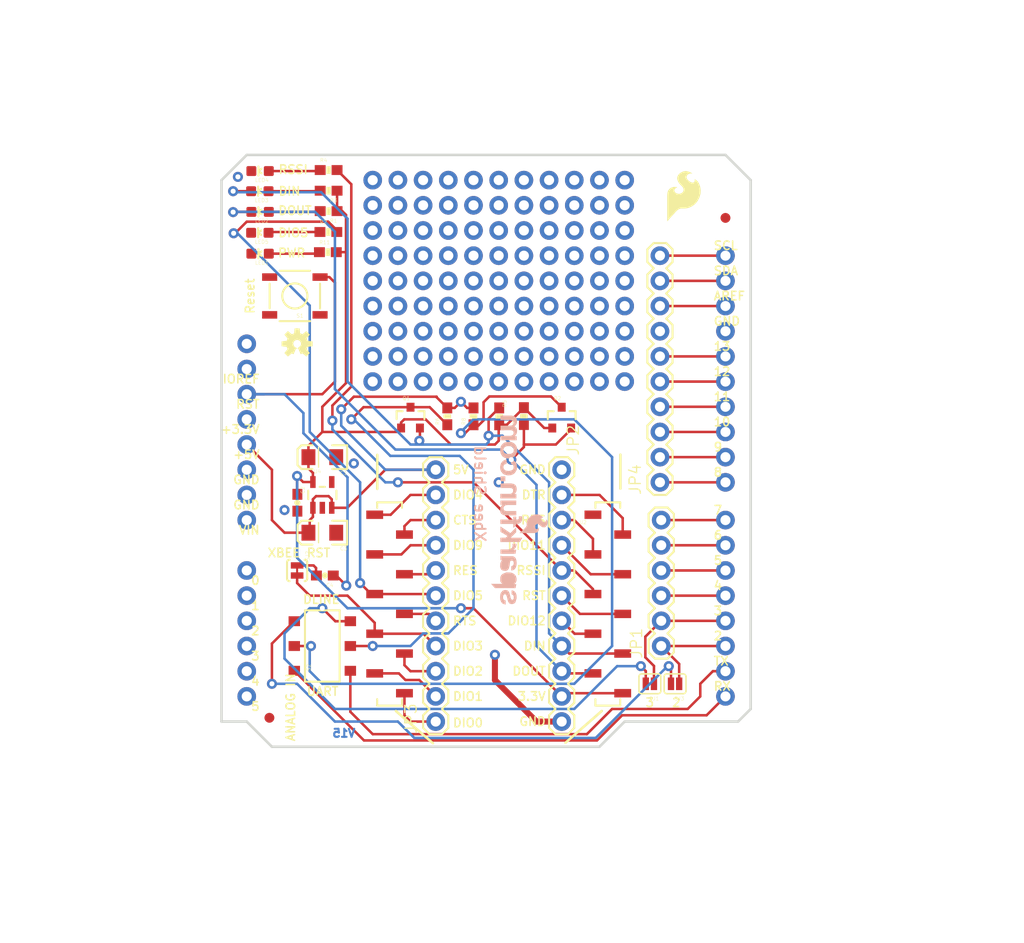
<source format=kicad_pcb>
(kicad_pcb (version 20211014) (generator pcbnew)
  (layers (0 "F.Cu" signal) (31 "B.Cu" signal) (34 "B.Paste" user) (35 "F.Paste" user) (36 "B.SilkS" user "B.Silkscreen") (37 "F.SilkS" user "F.Silkscreen") (38 "B.Mask" user) (39 "F.Mask" user) (44 "Edge.Cuts" user))
  (net 0 "")
  (net 1 "GND")
  (net 2 "RESET")
  (net 3 "5V")
  (net 4 "N$38")
  (net 5 "N$1")
  (net 6 "N$4")
  (net 7 "DIN")
  (net 8 "DOUT")
  (net 9 "3.3V")
  (net 10 "DIO4")
  (net 11 "CTS")
  (net 12 "DIO9")
  (net 13 "DIO5")
  (net 14 "RTS")
  (net 15 "DIO3")
  (net 16 "DIO2")
  (net 17 "DIO1")
  (net 18 "DIO0")
  (net 19 "DTR")
  (net 20 "RES1")
  (net 21 "RES2")
  (net 22 "DIO11")
  (net 23 "RSSI")
  (net 24 "DIO12")
  (net 25 "N$2")
  (net 26 "RST")
  (net 27 "N$5")
  (net 28 "N$31")
  (net 29 "N$32")
  (net 30 "N$33")
  (net 31 "N$34")
  (net 32 "N$35")
  (net 33 "N$36")
  (net 34 "N$37")
  (net 35 "N$39")
  (net 36 "N$40")
  (net 37 "N$41")
  (net 38 "N$42")
  (net 39 "N$44")
  (net 40 "N$45")
  (net 41 "N$46")
  (net 42 "N$47")
  (net 43 "N$48")
  (net 44 "N$49")
  (net 45 "N$50")
  (net 46 "N$51")
  (net 47 "N$52")
  (net 48 "N$53")
  (net 49 "N$54")
  (net 50 "N$56")
  (net 51 "N$57")
  (net 52 "N$58")
  (net 53 "N$59")
  (net 54 "N$60")
  (net 55 "N$61")
  (net 56 "N$62")
  (net 57 "N$63")
  (net 58 "N$64")
  (net 59 "N$65")
  (net 60 "N$66")
  (net 61 "N$68")
  (net 62 "N$69")
  (net 63 "N$70")
  (net 64 "N$71")
  (net 65 "N$72")
  (net 66 "N$73")
  (net 67 "N$74")
  (net 68 "N$75")
  (net 69 "N$76")
  (net 70 "N$77")
  (net 71 "N$78")
  (net 72 "N$80")
  (net 73 "N$81")
  (net 74 "N$82")
  (net 75 "N$83")
  (net 76 "N$84")
  (net 77 "N$85")
  (net 78 "N$86")
  (net 79 "N$87")
  (net 80 "N$88")
  (net 81 "N$89")
  (net 82 "N$90")
  (net 83 "N$92")
  (net 84 "N$93")
  (net 85 "N$94")
  (net 86 "N$95")
  (net 87 "N$96")
  (net 88 "N$97")
  (net 89 "N$98")
  (net 90 "N$99")
  (net 91 "N$100")
  (net 92 "N$101")
  (net 93 "N$102")
  (net 94 "N$104")
  (net 95 "N$105")
  (net 96 "N$106")
  (net 97 "N$107")
  (net 98 "N$108")
  (net 99 "N$109")
  (net 100 "N$110")
  (net 101 "N$111")
  (net 102 "N$112")
  (net 103 "N$113")
  (net 104 "N$114")
  (net 105 "N$116")
  (net 106 "N$117")
  (net 107 "N$118")
  (net 108 "N$119")
  (net 109 "N$120")
  (net 110 "N$121")
  (net 111 "N$122")
  (net 112 "N$123")
  (net 113 "N$124")
  (net 114 "N$125")
  (net 115 "N$126")
  (net 116 "N$128")
  (net 117 "N$129")
  (net 118 "N$130")
  (net 119 "N$131")
  (net 120 "N$132")
  (net 121 "N$133")
  (net 122 "N$134")
  (net 123 "N$135")
  (net 124 "N$136")
  (net 125 "N$137")
  (net 126 "N$138")
  (net 127 "N$139")
  (net 128 "D_TX")
  (net 129 "D_RX")
  (net 130 "UART_RX")
  (net 131 "UART_TX")
  (net 132 "N$140")
  (net 133 "N$141")
  (net 134 "N$142")
  (net 135 "N$143")
  (net 136 "N$144")
  (net 137 "N$145")
  (net 138 "N$17")
  (net 139 "N$18")
  (net 140 "N$30")
  (net 141 "N$43")
  (net 142 "N$55")
  (net 143 "OUT")
  (net 144 "IN")
  (net 145 "VIN")
  (net 146 "N$3")
  (net 147 "N$6")
  (net 148 "N$7")
  (net 149 "AREF")
  (footprint "boardEagle:AYZ0202" (layer "F.Cu") (at 131.9911 124.6886 90)
    (fp_text reference "S2")
    (fp_text value "SWITCH-DPDTSMD")
  )
  (footprint "boardEagle:OSHW-LOGO-S" (layer "F.Cu") (at 129.4511 94.2086)
    (fp_text reference "U$8" hide)
    (fp_text value "OSHW-LOGOS" hide)
  )
  (footprint "boardEagle:FIDUCIAL-1X2" (layer "F.Cu") (at 172.6311 81.5086)
    (fp_text reference "JP6" hide)
    (fp_text value "FIDUCIAL1X2" hide)
  )
  (footprint "boardEagle:SOT23-5" (layer "F.Cu") (at 131.9911 109.4486)
    (fp_text reference "U4")
    (fp_text value "V_REG_LDOSMD")
  )
  (footprint "boardEagle:LED-0603" (layer "F.Cu") (at 125.7173 76.7842 90)
    (fp_text reference "LED4")
    (fp_text value "Green")
  )
  (footprint "boardEagle:FIDUCIAL-1X2" (layer "F.Cu") (at 126.6571 131.9276)
    (fp_text reference "JP5" hide)
    (fp_text value "FIDUCIAL1X2" hide)
  )
  (footprint "boardEagle:XBEE-SMD" (layer "F.Cu") (at 149.7711 109.4486 180)
    (fp_text reference "U2")
    (fp_text value "XBEE-1B3")
  )
  (footprint "boardEagle:1X06" (layer "F.Cu") (at 166.1541 124.6886 90)
    (fp_text reference "JP1")
    (fp_text value "")
  )
  (footprint "boardEagle:EIA3216" (layer "F.Cu") (at 131.9911 113.2586 180)
    (fp_text reference "C3")
    (fp_text value "10uF")
  )
  (footprint "boardEagle:SJ_2S" (layer "F.Cu") (at 165.0111 128.4986 180)
    (fp_text reference "SJ1")
    (fp_text value "D_TX")
  )
  (footprint "boardEagle:SOT23-3" (layer "F.Cu") (at 140.8811 101.7016)
    (fp_text reference "Q1")
    (fp_text value "MOSFET-NCHANNELSMD")
  )
  (footprint "boardEagle:CREATIVE_COMMONS" (layer "F.Cu") (at 119.818979 151.3586)
    (fp_text reference "FRAME1" hide)
    (fp_text value "FRAME-LETTER" hide)
  )
  (footprint "boardEagle:0603-RES" (layer "F.Cu") (at 144.5895 101.5238 90)
    (fp_text reference "R6")
    (fp_text value "1k")
  )
  (footprint "boardEagle:LED-0603" (layer "F.Cu") (at 125.6919 83.0072 90)
    (fp_text reference "LED5")
    (fp_text value "Green")
  )
  (footprint "boardEagle:0603-RES" (layer "F.Cu") (at 132.6007 82.931)
    (fp_text reference "R2")
    (fp_text value "1k")
  )
  (footprint "boardEagle:EIA3216" (layer "F.Cu") (at 131.9911 105.6386 180)
    (fp_text reference "C1")
    (fp_text value "10uF")
  )
  (footprint "boardEagle:0603-RES" (layer "F.Cu") (at 147.2311 101.5238 90)
    (fp_text reference "R8")
    (fp_text value "1k")
  )
  (footprint "boardEagle:SJ_2S-TRACE" (layer "F.Cu") (at 129.4511 117.0686 -90)
    (fp_text reference "SJ2")
    (fp_text value "SOLDERJUMPERTRACE")
  )
  (footprint "boardEagle:SFE_LOGO_FLAME_.2" (layer "F.Cu") (at 166.4081 82.1436)
    (fp_text reference "U$1" hide)
    (fp_text value "" hide)
  )
  (footprint "boardEagle:LED-0603" (layer "F.Cu") (at 125.7173 80.899 90)
    (fp_text reference "LED2")
    (fp_text value "Red")
  )
  (footprint "boardEagle:TACTILE_SWITCH_SMD" (layer "F.Cu") (at 129.2225 89.3826 180)
    (fp_text reference "S1")
    (fp_text value "SWITCH-MOMENTARY-2SMD")
  )
  (footprint "boardEagle:0603-RES" (layer "F.Cu") (at 132.6261 78.7654 180)
    (fp_text reference "R3")
    (fp_text value "1k")
  )
  (footprint "boardEagle:0603-RES" (layer "F.Cu") (at 149.8219 101.5238 -90)
    (fp_text reference "R5")
    (fp_text value "1k")
  )
  (footprint "boardEagle:0603-CAP" (layer "F.Cu") (at 132.2451 117.5766 180)
    (fp_text reference "C4")
    (fp_text value "0.1uF")
  )
  (footprint "boardEagle:UNO_R3_SHIELD" (layer "F.Cu") (at 175.1711 75.1586 180)
    (fp_text reference "U1" hide)
    (fp_text value "ARDUINO_SHIELD" hide)
  )
  (footprint "boardEagle:0603-RES" (layer "F.Cu") (at 152.3111 101.4984 90)
    (fp_text reference "R7")
    (fp_text value "1k")
  )
  (footprint "boardEagle:SOT23-3" (layer "F.Cu") (at 156.1211 101.7016)
    (fp_text reference "Q2")
    (fp_text value "MOSFET-NCHANNELSMD")
  )
  (footprint "boardEagle:0603-RES" (layer "F.Cu") (at 132.6261 80.8228 180)
    (fp_text reference "R1")
    (fp_text value "1k")
  )
  (footprint "boardEagle:0603-RES" (layer "F.Cu") (at 132.5499 84.963)
    (fp_text reference "R11")
    (fp_text value "1k")
  )
  (footprint "boardEagle:SJ_2S" (layer "F.Cu") (at 167.5511 128.4986 180)
    (fp_text reference "SJ3")
    (fp_text value "D_RX")
  )
  (footprint "boardEagle:1X11" (layer "F.Cu") (at 143.4211 132.3086 90)
    (fp_text reference "JP3")
    (fp_text value "M11PTH")
  )
  (footprint "boardEagle:0603-RES" (layer "F.Cu") (at 132.6261 76.6826)
    (fp_text reference "R4")
    (fp_text value "1k")
  )
  (footprint "boardEagle:LED-0603" (layer "F.Cu") (at 125.7173 85.1154 90)
    (fp_text reference "LED1")
    (fp_text value "Red")
  )
  (footprint "boardEagle:LED-0603" (layer "F.Cu") (at 125.6919 78.8162 90)
    (fp_text reference "LED3")
    (fp_text value "Green")
  )
  (footprint "boardEagle:1X11" (layer "F.Cu") (at 156.1211 106.9086 -90)
    (fp_text reference "JP2")
    (fp_text value "M11PTH")
  )
  (footprint "boardEagle:0603-CAP" (layer "F.Cu") (at 129.4765 110.236 -90)
    (fp_text reference "C2")
    (fp_text value "0.1uF")
  )
  (footprint "boardEagle:1X10" (layer "F.Cu") (at 166.0271 108.1786 90)
    (fp_text reference "JP4")
    (fp_text value "")
  )
  (footprint "boardEagle:SFE-NEW-WEBLOGO" (layer "B.Cu") (at 149.0091 120.4976 90)
    (fp_text reference "JP7" hide)
    (fp_text value "LOGO-SFENEW" hide)
  )
  (gr_line (start 162.0393 108.8136) (end 162.0393 105.3846) (layer "F.SilkS") (width 0.254))
  (gr_line (start 137.5283 108.839) (end 137.5283 105.41) (layer "F.SilkS") (width 0.254))
  (gr_line (start 139.4079 131.2418) (end 143.1417 134.493) (layer "F.SilkS") (width 0.254))
  (gr_line (start 160.1597 131.2418) (end 156.5021 134.4422) (layer "F.SilkS") (width 0.254))
  (gr_line (start 121.8311 77.6986) (end 124.3711 75.1586) (layer "Edge.Cuts") (width 0.254))
  (gr_line (start 159.9311 134.8486) (end 126.9111 134.8486) (layer "Edge.Cuts") (width 0.254))
  (gr_line (start 124.3711 132.3086) (end 121.8311 132.3086) (layer "Edge.Cuts") (width 0.254))
  (gr_line (start 124.3711 75.1586) (end 172.6311 75.1586) (layer "Edge.Cuts") (width 0.254))
  (gr_line (start 172.6311 75.1586) (end 175.1711 77.6986) (layer "Edge.Cuts") (width 0.254))
  (gr_line (start 173.9011 132.3086) (end 162.4711 132.3086) (layer "Edge.Cuts") (width 0.254))
  (gr_line (start 162.4711 132.3086) (end 159.9311 134.8486) (layer "Edge.Cuts") (width 0.254))
  (gr_line (start 175.1711 77.6986) (end 175.1711 131.0386) (layer "Edge.Cuts") (width 0.254))
  (gr_line (start 121.8311 132.3086) (end 121.8311 77.6986) (layer "Edge.Cuts") (width 0.254))
  (gr_line (start 175.1711 131.0386) (end 173.9011 132.3086) (layer "Edge.Cuts") (width 0.254))
  (gr_line (start 126.9111 134.8486) (end 124.3711 132.3086) (layer "Edge.Cuts") (width 0.254))
  (gr_text "V15" (at 135.4201 133.9596) (layer "B.Cu") (effects (font (size 0.8128 0.8128) (thickness 0.2032)) (justify left bottom mirror)))
  (gr_text "Xbee Shield" (at 148.5011 104.3686 -90) (layer "B.SilkS") (effects (font (size 1.0795 1.0795) (thickness 0.1905)) (justify right top mirror)))
  (gr_text "DOUT" (at 127.4699 81.28) (layer "F.SilkS") (effects (font (size 0.8636 0.8636) (thickness 0.1524)) (justify left bottom)))
  (gr_text "DIN" (at 127.4953 79.3242) (layer "F.SilkS") (effects (font (size 0.8636 0.8636) (thickness 0.1524)) (justify left bottom)))
  (gr_text "3.3V" (at 154.5971 129.2606) (layer "F.SilkS") (effects (font (size 0.8636 0.8636) (thickness 0.1524)) (justify right top)))
  (gr_text "Reset" (at 125.2093 91.2622 90) (layer "F.SilkS") (effects (font (size 0.8636 0.8636) (thickness 0.1524)) (justify left bottom)))
  (gr_text "RST" (at 130.3401 115.7986) (layer "F.SilkS") (effects (font (size 0.8636 0.8636) (thickness 0.1524)) (justify left bottom)))
  (gr_text "DIO1" (at 145.0721 130.2766) (layer "F.SilkS") (effects (font (size 0.8636 0.8636) (thickness 0.1524)) (justify left bottom)))
  (gr_text "DIO3" (at 145.0721 125.1966) (layer "F.SilkS") (effects (font (size 0.8636 0.8636) (thickness 0.1524)) (justify left bottom)))
  (gr_text "RSSI" (at 154.5971 116.5606) (layer "F.SilkS") (effects (font (size 0.8636 0.8636) (thickness 0.1524)) (justify right top)))
  (gr_text "DIN" (at 154.5971 124.1806) (layer "F.SilkS") (effects (font (size 0.8636 0.8636) (thickness 0.1524)) (justify right top)))
  (gr_text "DIO0" (at 145.0721 132.9436) (layer "F.SilkS") (effects (font (size 0.8636 0.8636) (thickness 0.1524)) (justify left bottom)))
  (gr_text "GND" (at 154.5971 131.8006) (layer "F.SilkS") (effects (font (size 0.8636 0.8636) (thickness 0.1524)) (justify right top)))
  (gr_text "5V" (at 145.0721 107.4166) (layer "F.SilkS") (effects (font (size 0.8636 0.8636) (thickness 0.1524)) (justify left bottom)))
  (gr_text "DOUT" (at 154.5971 126.7206) (layer "F.SilkS") (effects (font (size 0.8636 0.8636) (thickness 0.1524)) (justify right top)))
  (gr_text "DIO2" (at 145.0721 127.7366) (layer "F.SilkS") (effects (font (size 0.8636 0.8636) (thickness 0.1524)) (justify left bottom)))
  (gr_text "DIO4" (at 145.0721 109.9566) (layer "F.SilkS") (effects (font (size 0.8636 0.8636) (thickness 0.1524)) (justify left bottom)))
  (gr_text "DLINE" (at 129.9591 120.4976) (layer "F.SilkS") (effects (font (size 0.8636 0.8636) (thickness 0.1524)) (justify left bottom)))
  (gr_text "3" (at 165.5191 129.8956) (layer "F.SilkS") (effects (font (size 0.8636 0.8636) (thickness 0.1524)) (justify right top)))
  (gr_text "GND" (at 154.5971 106.4006) (layer "F.SilkS") (effects (font (size 0.8636 0.8636) (thickness 0.1524)) (justify right top)))
  (gr_text "XBEE" (at 126.4031 115.7986) (layer "F.SilkS") (effects (font (size 0.8636 0.8636) (thickness 0.1524)) (justify left bottom)))
  (gr_text "DIO12" (at 154.5971 121.6406) (layer "F.SilkS") (effects (font (size 0.8636 0.8636) (thickness 0.1524)) (justify right top)))
  (gr_text "DIO5" (at 145.0721 120.1166) (layer "F.SilkS") (effects (font (size 0.8636 0.8636) (thickness 0.1524)) (justify left bottom)))
  (gr_text "CTS" (at 145.0721 112.4966) (layer "F.SilkS") (effects (font (size 0.8636 0.8636) (thickness 0.1524)) (justify left bottom)))
  (gr_text "RST" (at 154.5971 119.1006) (layer "F.SilkS") (effects (font (size 0.8636 0.8636) (thickness 0.1524)) (justify right top)))
  (gr_text "UART" (at 130.3401 129.7686) (layer "F.SilkS") (effects (font (size 0.8636 0.8636) (thickness 0.1524)) (justify left bottom)))
  (gr_text "DIO9" (at 145.0721 115.0366) (layer "F.SilkS") (effects (font (size 0.8636 0.8636) (thickness 0.1524)) (justify left bottom)))
  (gr_text "RTS" (at 145.0721 122.6566) (layer "F.SilkS") (effects (font (size 0.8636 0.8636) (thickness 0.1524)) (justify left bottom)))
  (gr_text "DIO11" (at 154.5971 114.0206) (layer "F.SilkS") (effects (font (size 0.8636 0.8636) (thickness 0.1524)) (justify right top)))
  (gr_text "RES" (at 154.5971 111.4806) (layer "F.SilkS") (effects (font (size 0.8636 0.8636) (thickness 0.1524)) (justify right top)))
  (gr_text "RES" (at 145.0721 117.5766) (layer "F.SilkS") (effects (font (size 0.8636 0.8636) (thickness 0.1524)) (justify left bottom)))
  (gr_text "RSSI" (at 127.4953 77.1398) (layer "F.SilkS") (effects (font (size 0.8636 0.8636) (thickness 0.1524)) (justify left bottom)))
  (gr_text "DTR" (at 154.5971 108.9406) (layer "F.SilkS") (effects (font (size 0.8636 0.8636) (thickness 0.1524)) (justify right top)))
  (gr_text "2" (at 168.1861 129.8956) (layer "F.SilkS") (effects (font (size 0.8636 0.8636) (thickness 0.1524)) (justify right top)))
  (gr_text "DIO5" (at 127.4699 83.5152) (layer "F.SilkS") (effects (font (size 0.8636 0.8636) (thickness 0.1524)) (justify left bottom)))
  (gr_text "PWR" (at 127.4445 85.5472) (layer "F.SilkS") (effects (font (size 0.8636 0.8636) (thickness 0.1524)) (justify left bottom)))
  (segment (start 156.1211 132.3086) (end 153.5811 132.3086) (width 0.6096) (layer "F.Cu") (net 1))
  (segment (start 153.5811 132.3086) (end 149.3901 128.1176) (width 0.6096) (layer "F.Cu") (net 1))
  (segment (start 149.3901 125.5776) (end 149.3901 128.1176) (width 0.6096) (layer "F.Cu") (net 1))
  (via (at 149.7711 108.1786) (size 1.016) (drill 0.508) (layers "F.Cu" "B.Cu") (net 1))
  (via (at 128.1811 110.9726) (size 1.016) (drill 0.508) (layers "F.Cu" "B.Cu") (net 1))
  (via (at 149.3901 125.5776) (size 1.016) (drill 0.508) (layers "F.Cu" "B.Cu") (net 1))
  (via (at 123.4821 77.3684) (size 1.016) (drill 0.508) (layers "F.Cu" "B.Cu") (net 1))
  (via (at 135.1661 106.2736) (size 1.016) (drill 0.508) (layers "F.Cu" "B.Cu") (net 1))
  (segment (start 157.9611 121.4486) (end 162.2711 121.4486) (width 0.254) (layer "F.Cu") (net 2))
  (segment (start 156.1211 119.6086) (end 157.9611 121.4486) (width 0.254) (layer "F.Cu") (net 2))
  (segment (start 132.6261 109.5756) (end 132.9411 109.8906) (width 0.254) (layer "F.Cu") (net 3))
  (segment (start 135.1661 99.5426) (end 133.8961 100.8126) (width 0.254) (layer "F.Cu") (net 3))
  (segment (start 131.0411 109.8906) (end 131.0411 110.7487) (width 0.254) (layer "F.Cu") (net 3))
  (segment (start 131.0411 111.6686) (end 131.0411 110.7487) (width 0.254) (layer "F.Cu") (net 3))
  (segment (start 145.3379 100.6738) (end 145.9611 100.0506) (width 0.254) (layer "F.Cu") (net 3))
  (segment (start 131.0411 109.8906) (end 131.3561 109.5756) (width 0.254) (layer "F.Cu") (net 3))
  (segment (start 134.501 110.7487) (end 132.9411 110.7487) (width 0.254) (layer "F.Cu") (net 3))
  (segment (start 128.1811 113.2586) (end 130.5911 113.2586) (width 0.254) (layer "F.Cu") (net 3))
  (segment (start 145.9611 100.0506) (end 146.5843 100.6738) (width 0.254) (layer "F.Cu") (net 3))
  (segment (start 130.7211 113.1286) (end 130.7211 111.9886) (width 0.254) (layer "F.Cu") (net 3))
  (segment (start 128.1811 113.2586) (end 126.9111 111.9886) (width 0.254) (layer "F.Cu") (net 3))
  (segment (start 143.5091 99.5426) (end 135.1661 99.5426) (width 0.254) (layer "F.Cu") (net 3))
  (segment (start 144.5895 100.6738) (end 145.3379 100.6738) (width 0.254) (layer "F.Cu") (net 3))
  (segment (start 130.5911 113.2586) (end 130.7211 113.1286) (width 0.254) (layer "F.Cu") (net 3))
  (segment (start 134.501 110.7487) (end 138.3411 106.9086) (width 0.254) (layer "F.Cu") (net 3))
  (segment (start 138.3411 106.9086) (end 143.4211 106.9086) (width 0.254) (layer "F.Cu") (net 3))
  (segment (start 130.7211 111.9886) (end 131.0411 111.6686) (width 0.254) (layer "F.Cu") (net 3))
  (segment (start 126.9111 106.9086) (end 124.3711 104.3686) (width 0.254) (layer "F.Cu") (net 3))
  (segment (start 143.5091 99.5934) (end 144.5895 100.6738) (width 0.254) (layer "F.Cu") (net 3))
  (segment (start 143.5091 99.5426) (end 143.5091 99.5934) (width 0.254) (layer "F.Cu") (net 3))
  (segment (start 126.9111 111.9886) (end 126.9111 106.9086) (width 0.254) (layer "F.Cu") (net 3))
  (segment (start 146.5843 100.6738) (end 147.2311 100.6738) (width 0.254) (layer "F.Cu") (net 3))
  (segment (start 132.9411 109.8906) (end 132.9411 110.7487) (width 0.254) (layer "F.Cu") (net 3))
  (segment (start 131.3561 109.5756) (end 132.6261 109.5756) (width 0.254) (layer "F.Cu") (net 3))
  (via (at 133.8961 100.8126) (size 1.016) (drill 0.508) (layers "F.Cu" "B.Cu") (net 3))
  (via (at 145.9611 100.0506) (size 1.016) (drill 0.508) (layers "F.Cu" "B.Cu") (net 3))
  (segment (start 133.8961 100.8126) (end 133.8961 102.4636) (width 0.254) (layer "B.Cu") (net 3))
  (segment (start 143.4211 106.9086) (end 138.3411 106.9086) (width 0.254) (layer "B.Cu") (net 3))
  (segment (start 138.3411 106.9086) (end 133.8961 102.4636) (width 0.254) (layer "B.Cu") (net 3))
  (segment (start 126.5943 85.1154) (end 131.5475 85.1154) (width 0.254) (layer "F.Cu") (net 4))
  (segment (start 131.5475 85.1154) (end 131.6999 84.963) (width 0.254) (layer "F.Cu") (net 4))
  (segment (start 126.5943 80.899) (end 131.6999 80.899) (width 0.254) (layer "F.Cu") (net 5))
  (segment (start 131.6999 80.899) (end 131.7761 80.8228) (width 0.254) (layer "F.Cu") (net 5))
  (segment (start 131.7253 78.8162) (end 131.7761 78.7654) (width 0.254) (layer "F.Cu") (net 6))
  (segment (start 126.5689 78.8162) (end 131.7253 78.8162) (width 0.254) (layer "F.Cu") (net 6))
  (segment (start 162.2711 125.4486) (end 156.8811 125.4486) (width 0.254) (layer "F.Cu") (net 7))
  (segment (start 156.8811 125.4486) (end 156.1211 124.6886) (width 0.254) (layer "F.Cu") (net 7))
  (segment (start 122.9995 78.8162) (end 124.8149 78.8162) (width 0.254) (layer "F.Cu") (net 7))
  (segment (start 141.8311 103.9266) (end 141.8311 102.7016) (width 0.254) (layer "F.Cu") (net 7))
  (segment (start 148.7551 101.7406) (end 149.8219 100.6738) (width 0.254) (layer "F.Cu") (net 7))
  (segment (start 148.7551 103.4796) (end 148.7551 101.7406) (width 0.254) (layer "F.Cu") (net 7))
  (segment (start 141.7701 103.9876) (end 141.8311 103.9266) (width 0.254) (layer "F.Cu") (net 7))
  (via (at 148.7551 103.4796) (size 1.016) (drill 0.508) (layers "F.Cu" "B.Cu") (net 7))
  (via (at 141.7701 103.9876) (size 1.016) (drill 0.508) (layers "F.Cu" "B.Cu") (net 7))
  (via (at 122.9995 78.8162) (size 1.016) (drill 0.508) (layers "F.Cu" "B.Cu") (net 7))
  (segment (start 148.7551 104.1146) (end 148.5011 104.3686) (width 0.254) (layer "B.Cu") (net 7))
  (segment (start 154.8511 108.1786) (end 154.8511 123.4186) (width 0.254) (layer "B.Cu") (net 7))
  (segment (start 154.8511 108.1786) (end 150.1521 103.4796) (width 0.254) (layer "B.Cu") (net 7))
  (segment (start 154.8511 123.4186) (end 156.1211 124.6886) (width 0.254) (layer "B.Cu") (net 7))
  (segment (start 131.8641 78.9178) (end 123.1011 78.9178) (width 0.254) (layer "B.Cu") (net 7))
  (segment (start 148.5011 104.3686) (end 141.7701 104.3686) (width 0.254) (layer "B.Cu") (net 7))
  (segment (start 134.5311 98.0186) (end 134.5311 81.5848) (width 0.254) (layer "B.Cu") (net 7))
  (segment (start 134.5311 81.5848) (end 131.8641 78.9178) (width 0.254) (layer "B.Cu") (net 7))
  (segment (start 141.7701 103.9876) (end 141.7701 104.3686) (width 0.254) (layer "B.Cu") (net 7))
  (segment (start 123.1011 78.9178) (end 122.9995 78.8162) (width 0.254) (layer "B.Cu") (net 7))
  (segment (start 141.7701 104.3686) (end 140.8811 104.3686) (width 0.254) (layer "B.Cu") (net 7))
  (segment (start 148.7551 103.4796) (end 148.7551 104.1146) (width 0.254) (layer "B.Cu") (net 7))
  (segment (start 140.8811 104.3686) (end 134.5311 98.0186) (width 0.254) (layer "B.Cu") (net 7))
  (segment (start 148.7551 103.4796) (end 150.1521 103.4796) (width 0.254) (layer "B.Cu") (net 7))
  (segment (start 152.3111 104.6226) (end 152.3111 104.3686) (width 0.254) (layer "F.Cu") (net 8))
  (segment (start 159.2711 127.4486) (end 156.3411 127.4486) (width 0.254) (layer "F.Cu") (net 8))
  (segment (start 152.3111 104.6226) (end 151.0411 105.8926) (width 0.254) (layer "F.Cu") (net 8))
  (segment (start 156.3411 127.4486) (end 156.1211 127.2286) (width 0.254) (layer "F.Cu") (net 8))
  (segment (start 123.0249 80.899) (end 122.9995 80.9244) (width 0.254) (layer "F.Cu") (net 8))
  (segment (start 155.5311 104.3686) (end 152.3111 104.3686) (width 0.254) (layer "F.Cu") (net 8))
  (segment (start 157.0711 102.8286) (end 157.0711 102.7016) (width 0.254) (layer "F.Cu") (net 8))
  (segment (start 124.8403 80.899) (end 123.0249 80.899) (width 0.254) (layer "F.Cu") (net 8))
  (segment (start 155.5311 104.3686) (end 157.0711 102.8286) (width 0.254) (layer "F.Cu") (net 8))
  (segment (start 152.3111 104.3686) (end 152.3111 102.3484) (width 0.254) (layer "F.Cu") (net 8))
  (via (at 151.0411 105.8926) (size 1.016) (drill 0.508) (layers "F.Cu" "B.Cu") (net 8))
  (via (at 122.9995 80.9244) (size 1.016) (drill 0.508) (layers "F.Cu" "B.Cu") (net 8))
  (segment (start 133.2611 82.9056) (end 131.2545 80.899) (width 0.254) (layer "B.Cu") (net 8))
  (segment (start 151.0411 105.8926) (end 150.0251 104.8766) (width 0.254) (layer "B.Cu") (net 8))
  (segment (start 123.0249 80.899) (end 122.9995 80.9244) (width 0.254) (layer "B.Cu") (net 8))
  (segment (start 156.1211 127.2286) (end 153.5811 124.6886) (width 0.254) (layer "B.Cu") (net 8))
  (segment (start 133.2611 98.7806) (end 133.2611 82.9056) (width 0.254) (layer "B.Cu") (net 8))
  (segment (start 139.3571 104.8766) (end 133.2611 98.7806) (width 0.254) (layer "B.Cu") (net 8))
  (segment (start 153.5811 108.4326) (end 151.0411 105.8926) (width 0.254) (layer "B.Cu") (net 8))
  (segment (start 153.5811 124.6886) (end 153.5811 108.4326) (width 0.254) (layer "B.Cu") (net 8))
  (segment (start 131.2545 80.899) (end 123.0249 80.899) (width 0.254) (layer "B.Cu") (net 8))
  (segment (start 150.0251 104.8766) (end 139.3571 104.8766) (width 0.254) (layer "B.Cu") (net 8))
  (segment (start 142.4051 101.8286) (end 140.2461 101.8286) (width 0.254) (layer "F.Cu") (net 9))
  (segment (start 130.5911 106.7786) (end 130.5911 105.6386) (width 0.254) (layer "F.Cu") (net 9))
  (segment (start 149.7711 102.4246) (end 149.8219 102.3738) (width 0.254) (layer "F.Cu") (net 9))
  (segment (start 139.6611 103.0986) (end 139.9311 102.8286) (width 0.254) (layer "F.Cu") (net 9))
  (segment (start 129.4511 107.5436) (end 130.056 108.1485) (width 0.254) (layer "F.Cu") (net 9))
  (segment (start 154.3643 102.7016) (end 155.1711 102.7016) (width 0.254) (layer "F.Cu") (net 9))
  (segment (start 139.9311 102.8286) (end 139.9311 102.7016) (width 0.254) (layer "F.Cu") (net 9))
  (segment (start 149.3901 104.3686) (end 144.9451 104.3686) (width 0.254) (layer "F.Cu") (net 9))
  (segment (start 156.1211 129.7686) (end 147.2311 120.8786) (width 0.254) (layer "F.Cu") (net 9))
  (segment (start 156.4411 129.4486) (end 162.2711 129.4486) (width 0.254) (layer "F.Cu") (net 9))
  (segment (start 134.3787 81.2038) (end 134.3787 84.963) (width 0.254) (layer "F.Cu") (net 9))
  (segment (start 150.5857 102.3738) (end 152.3111 100.6484) (width 0.254) (layer "F.Cu") (net 9))
  (segment (start 133.9977 80.8228) (end 134.3787 81.2038) (width 0.254) (layer "F.Cu") (net 9))
  (segment (start 131.9911 100.5586) (end 131.9911 103.0986) (width 0.254) (layer "F.Cu") (net 9))
  (segment (start 152.3111 100.6484) (end 154.3643 102.7016) (width 0.254) (layer "F.Cu") (net 9))
  (segment (start 144.9451 104.3686) (end 142.4051 101.8286) (width 0.254) (layer "F.Cu") (net 9))
  (segment (start 156.1211 129.7686) (end 156.4411 129.4486) (width 0.254) (layer "F.Cu") (net 9))
  (segment (start 134.3787 84.963) (end 134.3787 98.171) (width 0.254) (layer "F.Cu") (net 9))
  (segment (start 140.2461 101.8286) (end 139.9311 102.1436) (width 0.254) (layer "F.Cu") (net 9))
  (segment (start 133.3999 84.963) (end 134.3787 84.963) (width 0.254) (layer "F.Cu") (net 9))
  (segment (start 133.4761 80.8228) (end 133.4761 78.7654) (width 0.254) (layer "F.Cu") (net 9))
  (segment (start 131.9911 103.0986) (end 139.6611 103.0986) (width 0.254) (layer "F.Cu") (net 9))
  (segment (start 149.7711 103.9876) (end 149.7711 102.4246) (width 0.254) (layer "F.Cu") (net 9))
  (segment (start 130.5911 104.4986) (end 131.9911 103.0986) (width 0.254) (layer "F.Cu") (net 9))
  (segment (start 149.8219 102.3738) (end 150.5857 102.3738) (width 0.254) (layer "F.Cu") (net 9))
  (segment (start 130.5911 105.6386) (end 130.5911 104.4986) (width 0.254) (layer "F.Cu") (net 9))
  (segment (start 130.056 108.1485) (end 131.0411 108.1485) (width 0.254) (layer "F.Cu") (net 9))
  (segment (start 129.4511 109.3606) (end 129.4511 107.5436) (width 0.254) (layer "F.Cu") (net 9))
  (segment (start 129.4765 109.386) (end 129.4511 109.3606) (width 0.254) (layer "F.Cu") (net 9))
  (segment (start 131.0411 107.2286) (end 131.0411 108.1485) (width 0.254) (layer "F.Cu") (net 9))
  (segment (start 139.9311 102.7016) (end 139.9311 102.1436) (width 0.254) (layer "F.Cu") (net 9))
  (segment (start 145.9611 120.8786) (end 147.2311 120.8786) (width 0.254) (layer "F.Cu") (net 9))
  (segment (start 131.0411 107.2286) (end 130.5911 106.7786) (width 0.254) (layer "F.Cu") (net 9))
  (segment (start 134.3787 98.171) (end 131.9911 100.5586) (width 0.254) (layer "F.Cu") (net 9))
  (segment (start 133.4761 80.8228) (end 133.9977 80.8228) (width 0.254) (layer "F.Cu") (net 9))
  (segment (start 149.7711 103.9876) (end 149.3901 104.3686) (width 0.254) (layer "F.Cu") (net 9))
  (via (at 129.4511 107.5436) (size 1.016) (drill 0.508) (layers "F.Cu" "B.Cu") (net 9))
  (via (at 145.9611 120.8786) (size 1.016) (drill 0.508) (layers "F.Cu" "B.Cu") (net 9))
  (segment (start 129.4511 115.7986) (end 129.4511 107.5436) (width 0.254) (layer "B.Cu") (net 9))
  (segment (start 134.5311 120.8786) (end 145.9611 120.8786) (width 0.254) (layer "B.Cu") (net 9))
  (segment (start 129.4511 115.7986) (end 134.5311 120.8786) (width 0.254) (layer "B.Cu") (net 9))
  (segment (start 138.8811 111.4486) (end 140.8811 109.4486) (width 0.254) (layer "F.Cu") (net 10))
  (segment (start 137.2711 111.4486) (end 138.8811 111.4486) (width 0.254) (layer "F.Cu") (net 10))
  (segment (start 140.8811 109.4486) (end 143.4211 109.4486) (width 0.254) (layer "F.Cu") (net 10))
  (segment (start 140.2711 112.5986) (end 140.8811 111.9886) (width 0.254) (layer "F.Cu") (net 11))
  (segment (start 140.8811 111.9886) (end 143.4211 111.9886) (width 0.254) (layer "F.Cu") (net 11))
  (segment (start 140.2711 113.4486) (end 140.2711 112.5986) (width 0.254) (layer "F.Cu") (net 11))
  (segment (start 137.2711 115.4486) (end 139.9611 115.4486) (width 0.254) (layer "F.Cu") (net 12))
  (segment (start 139.9611 115.4486) (end 140.8811 114.5286) (width 0.254) (layer "F.Cu") (net 12))
  (segment (start 140.8811 114.5286) (end 143.4211 114.5286) (width 0.254) (layer "F.Cu") (net 12))
  (segment (start 123.2027 83.058) (end 124.3711 81.8896) (width 0.254) (layer "F.Cu") (net 13))
  (segment (start 143.2611 119.4486) (end 143.4211 119.6086) (width 0.254) (layer "F.Cu") (net 13))
  (segment (start 133.4507 82.7532) (end 133.4507 82.931) (width 0.254) (layer "F.Cu") (net 13))
  (segment (start 137.2711 119.4486) (end 143.2611 119.4486) (width 0.254) (layer "F.Cu") (net 13))
  (segment (start 132.5871 81.8896) (end 133.4507 82.7532) (width 0.254) (layer "F.Cu") (net 13))
  (segment (start 124.3711 81.8896) (end 132.5871 81.8896) (width 0.254) (layer "F.Cu") (net 13))
  (segment (start 136.9111 119.4486) (end 137.2711 119.4486) (width 0.254) (layer "F.Cu") (net 13))
  (segment (start 135.8011 118.3386) (end 136.9111 119.4486) (width 0.254) (layer "F.Cu") (net 13))
  (segment (start 123.0503 83.058) (end 123.2027 83.058) (width 0.254) (layer "F.Cu") (net 13))
  (via (at 123.0503 83.058) (size 1.016) (drill 0.508) (layers "F.Cu" "B.Cu") (net 13))
  (via (at 135.8011 118.3386) (size 1.016) (drill 0.508) (layers "F.Cu" "B.Cu") (net 13))
  (segment (start 135.8011 118.3386) (end 135.8011 108.1786) (width 0.254) (layer "B.Cu") (net 13))
  (segment (start 135.8011 108.1786) (end 130.7211 103.0986) (width 0.254) (layer "B.Cu") (net 13))
  (segment (start 123.4313 83.058) (end 130.7211 90.3478) (width 0.254) (layer "B.Cu") (net 13))
  (segment (start 130.7211 103.0986) (end 130.7211 90.3478) (width 0.254) (layer "B.Cu") (net 13))
  (segment (start 123.0503 83.058) (end 123.4313 83.058) (width 0.254) (layer "B.Cu") (net 13))
  (segment (start 140.2711 121.4486) (end 142.7211 121.4486) (width 0.254) (layer "F.Cu") (net 14))
  (segment (start 142.7211 121.4486) (end 143.4211 122.1486) (width 0.254) (layer "F.Cu") (net 14))
  (segment (start 129.4511 117.5766) (end 129.4511 118.3386) (width 0.254) (layer "F.Cu") (net 15))
  (segment (start 137.2711 122.3486) (end 137.2711 123.4486) (width 0.254) (layer "F.Cu") (net 15))
  (segment (start 142.1811 123.4486) (end 143.4211 124.6886) (width 0.254) (layer "F.Cu") (net 15))
  (segment (start 137.2711 123.4486) (end 142.1811 123.4486) (width 0.254) (layer "F.Cu") (net 15))
  (segment (start 129.4511 118.3386) (end 130.7211 119.6086) (width 0.254) (layer "F.Cu") (net 15))
  (segment (start 134.5311 119.6086) (end 137.2711 122.3486) (width 0.254) (layer "F.Cu") (net 15))
  (segment (start 130.7211 119.6086) (end 134.5311 119.6086) (width 0.254) (layer "F.Cu") (net 15))
  (segment (start 140.2711 126.6186) (end 140.8811 127.2286) (width 0.254) (layer "F.Cu") (net 16))
  (segment (start 140.2711 125.4486) (end 140.2711 126.6186) (width 0.254) (layer "F.Cu") (net 16))
  (segment (start 140.8811 127.2286) (end 143.4211 127.2286) (width 0.254) (layer "F.Cu") (net 16))
  (segment (start 141.7701 128.1176) (end 143.4211 129.7686) (width 0.254) (layer "F.Cu") (net 17))
  (segment (start 139.7041 127.4486) (end 140.3731 128.1176) (width 0.254) (layer "F.Cu") (net 17))
  (segment (start 140.3731 128.1176) (end 141.7701 128.1176) (width 0.254) (layer "F.Cu") (net 17))
  (segment (start 137.2711 127.4486) (end 139.7041 127.4486) (width 0.254) (layer "F.Cu") (net 17))
  (segment (start 140.8811 132.3086) (end 143.4211 132.3086) (width 0.254) (layer "F.Cu") (net 18))
  (segment (start 140.2711 131.6986) (end 140.2711 129.4486) (width 0.254) (layer "F.Cu") (net 18))
  (segment (start 140.8811 132.3086) (end 140.2711 131.6986) (width 0.254) (layer "F.Cu") (net 18))
  (segment (start 162.2711 111.7886) (end 162.2711 113.4486) (width 0.254) (layer "F.Cu") (net 19))
  (segment (start 156.1211 109.4486) (end 159.9311 109.4486) (width 0.254) (layer "F.Cu") (net 19))
  (segment (start 159.9311 109.4486) (end 162.2711 111.7886) (width 0.254) (layer "F.Cu") (net 19))
  (segment (start 159.2711 115.4486) (end 159.2711 113.8686) (width 0.254) (layer "F.Cu") (net 20))
  (segment (start 157.3911 111.9886) (end 156.1211 111.9886) (width 0.254) (layer "F.Cu") (net 20))
  (segment (start 159.2711 113.8686) (end 157.3911 111.9886) (width 0.254) (layer "F.Cu") (net 20))
  (segment (start 143.0411 117.4486) (end 143.4211 117.0686) (width 0.254) (layer "F.Cu") (net 21))
  (segment (start 140.2711 117.4486) (end 143.0411 117.4486) (width 0.254) (layer "F.Cu") (net 21))
  (segment (start 159.0411 117.4486) (end 162.2711 117.4486) (width 0.254) (layer "F.Cu") (net 22))
  (segment (start 159.0411 117.4486) (end 156.1211 114.5286) (width 0.254) (layer "F.Cu") (net 22))
  (segment (start 134.9089 78.1154) (end 133.4761 76.6826) (width 0.254) (layer "F.Cu") (net 23))
  (segment (start 156.1211 117.0686) (end 147.2311 108.1786) (width 0.254) (layer "F.Cu") (net 23))
  (segment (start 133.0071 100.4316) (end 133.0071 101.9556) (width 0.254) (layer "F.Cu") (net 23))
  (segment (start 134.9121 98.5266) (end 133.0071 100.4316) (width 0.254) (layer "F.Cu") (net 23))
  (segment (start 159.2711 118.9486) (end 159.2711 119.4486) (width 0.254) (layer "F.Cu") (net 23))
  (segment (start 157.3911 117.0686) (end 159.2711 118.9486) (width 0.254) (layer "F.Cu") (net 23))
  (segment (start 134.9121 98.5266) (end 134.9121 78.1154) (width 0.254) (layer "F.Cu") (net 23))
  (segment (start 147.2311 108.1786) (end 139.6111 108.1786) (width 0.254) (layer "F.Cu") (net 23))
  (segment (start 134.9121 78.1154) (end 134.9089 78.1154) (width 0.254) (layer "F.Cu") (net 23))
  (segment (start 156.1211 117.0686) (end 157.3911 117.0686) (width 0.254) (layer "F.Cu") (net 23))
  (via (at 139.6111 108.1786) (size 1.016) (drill 0.508) (layers "F.Cu" "B.Cu") (net 23))
  (via (at 133.0071 101.9556) (size 1.016) (drill 0.508) (layers "F.Cu" "B.Cu") (net 23))
  (segment (start 138.3411 108.1786) (end 133.0071 102.8446) (width 0.254) (layer "B.Cu") (net 23))
  (segment (start 139.6111 108.1786) (end 138.3411 108.1786) (width 0.254) (layer "B.Cu") (net 23))
  (segment (start 133.0071 101.9556) (end 133.0071 102.8446) (width 0.254) (layer "B.Cu") (net 23))
  (segment (start 156.1211 122.1486) (end 157.4211 123.4486) (width 0.254) (layer "F.Cu") (net 24))
  (segment (start 157.4211 123.4486) (end 159.2711 123.4486) (width 0.254) (layer "F.Cu") (net 24))
  (segment (start 131.6999 76.7588) (end 131.7761 76.6826) (width 0.254) (layer "F.Cu") (net 25))
  (segment (start 126.5943 76.7842) (end 131.6745 76.7842) (width 0.254) (layer "F.Cu") (net 25))
  (segment (start 131.6745 76.7842) (end 131.7761 76.6826) (width 0.254) (layer "F.Cu") (net 25))
  (segment (start 132.7023 87.4776) (end 131.7625 87.4776) (width 0.254) (layer "F.Cu") (net 26))
  (segment (start 131.9911 99.2886) (end 133.2611 98.0186) (width 0.254) (layer "F.Cu") (net 26))
  (segment (start 133.2611 98.0186) (end 133.2611 88.0364) (width 0.254) (layer "F.Cu") (net 26))
  (segment (start 133.2611 88.0364) (end 132.7023 87.4776) (width 0.254) (layer "F.Cu") (net 26))
  (segment (start 124.3711 99.2886) (end 131.9911 99.2886) (width 0.254) (layer "F.Cu") (net 26))
  (segment (start 133.0951 117.5766) (end 133.3881 117.5766) (width 0.254) (layer "F.Cu") (net 26))
  (segment (start 133.3881 117.5766) (end 134.4041 118.5926) (width 0.254) (layer "F.Cu") (net 26))
  (via (at 134.4041 118.5926) (size 1.016) (drill 0.508) (layers "F.Cu" "B.Cu") (net 26))
  (segment (start 134.5311 107.6706) (end 130.0861 103.2256) (width 0.254) (layer "B.Cu") (net 26))
  (segment (start 130.0861 101.1936) (end 128.1811 99.2886) (width 0.254) (layer "B.Cu") (net 26))
  (segment (start 130.0861 103.2256) (end 130.0861 101.1936) (width 0.254) (layer "B.Cu") (net 26))
  (segment (start 134.5311 107.6706) (end 134.5311 118.4656) (width 0.254) (layer "B.Cu") (net 26))
  (segment (start 128.1811 99.2886) (end 124.3711 99.2886) (width 0.254) (layer "B.Cu") (net 26))
  (segment (start 134.5311 118.4656) (end 134.4041 118.5926) (width 0.254) (layer "B.Cu") (net 26))
  (segment (start 124.3711 99.2886) (end 126.1491 99.2886) (width 0.254) (layer "B.Cu") (net 26))
  (segment (start 129.4511 116.5606) (end 131.1021 116.5606) (width 0.254) (layer "F.Cu") (net 27))
  (segment (start 131.1021 116.5606) (end 131.3561 116.8146) (width 0.254) (layer "F.Cu") (net 27))
  (segment (start 131.3561 117.5376) (end 131.3951 117.5766) (width 0.254) (layer "F.Cu") (net 27))
  (segment (start 131.3561 116.8146) (end 131.3561 117.5376) (width 0.254) (layer "F.Cu") (net 27))
  (via (at 162.4711 98.0186) (size 1.8796) (drill 1.016) (layers "F.Cu" "B.Cu") (net 28))
  (via (at 159.9311 98.0186) (size 1.8796) (drill 1.016) (layers "F.Cu" "B.Cu") (net 29))
  (via (at 157.3911 98.0186) (size 1.8796) (drill 1.016) (layers "F.Cu" "B.Cu") (net 30))
  (via (at 154.8511 98.0186) (size 1.8796) (drill 1.016) (layers "F.Cu" "B.Cu") (net 31))
  (via (at 152.3111 98.0186) (size 1.8796) (drill 1.016) (layers "F.Cu" "B.Cu") (net 32))
  (via (at 149.7711 98.0186) (size 1.8796) (drill 1.016) (layers "F.Cu" "B.Cu") (net 33))
  (via (at 147.2311 98.0186) (size 1.8796) (drill 1.016) (layers "F.Cu" "B.Cu") (net 34))
  (via (at 144.6911 98.0186) (size 1.8796) (drill 1.016) (layers "F.Cu" "B.Cu") (net 35))
  (via (at 142.1511 98.0186) (size 1.8796) (drill 1.016) (layers "F.Cu" "B.Cu") (net 36))
  (via (at 139.6111 98.0186) (size 1.8796) (drill 1.016) (layers "F.Cu" "B.Cu") (net 37))
  (via (at 137.0711 98.0186) (size 1.8796) (drill 1.016) (layers "F.Cu" "B.Cu") (net 38))
  (via (at 162.4711 95.4786) (size 1.8796) (drill 1.016) (layers "F.Cu" "B.Cu") (net 39))
  (via (at 159.9311 95.4786) (size 1.8796) (drill 1.016) (layers "F.Cu" "B.Cu") (net 40))
  (via (at 157.3911 95.4786) (size 1.8796) (drill 1.016) (layers "F.Cu" "B.Cu") (net 41))
  (via (at 154.8511 95.4786) (size 1.8796) (drill 1.016) (layers "F.Cu" "B.Cu") (net 42))
  (via (at 152.3111 95.4786) (size 1.8796) (drill 1.016) (layers "F.Cu" "B.Cu") (net 43))
  (via (at 149.7711 95.4786) (size 1.8796) (drill 1.016) (layers "F.Cu" "B.Cu") (net 44))
  (via (at 147.2311 95.4786) (size 1.8796) (drill 1.016) (layers "F.Cu" "B.Cu") (net 45))
  (via (at 144.6911 95.4786) (size 1.8796) (drill 1.016) (layers "F.Cu" "B.Cu") (net 46))
  (via (at 142.1511 95.4786) (size 1.8796) (drill 1.016) (layers "F.Cu" "B.Cu") (net 47))
  (via (at 139.6111 95.4786) (size 1.8796) (drill 1.016) (layers "F.Cu" "B.Cu") (net 48))
  (via (at 137.0711 95.4786) (size 1.8796) (drill 1.016) (layers "F.Cu" "B.Cu") (net 49))
  (via (at 162.4711 92.9386) (size 1.8796) (drill 1.016) (layers "F.Cu" "B.Cu") (net 50))
  (via (at 159.9311 92.9386) (size 1.8796) (drill 1.016) (layers "F.Cu" "B.Cu") (net 51))
  (via (at 157.3911 92.9386) (size 1.8796) (drill 1.016) (layers "F.Cu" "B.Cu") (net 52))
  (via (at 154.8511 92.9386) (size 1.8796) (drill 1.016) (layers "F.Cu" "B.Cu") (net 53))
  (via (at 152.3111 92.9386) (size 1.8796) (drill 1.016) (layers "F.Cu" "B.Cu") (net 54))
  (via (at 149.7711 92.9386) (size 1.8796) (drill 1.016) (layers "F.Cu" "B.Cu") (net 55))
  (via (at 147.2311 92.9386) (size 1.8796) (drill 1.016) (layers "F.Cu" "B.Cu") (net 56))
  (via (at 144.6911 92.9386) (size 1.8796) (drill 1.016) (layers "F.Cu" "B.Cu") (net 57))
  (via (at 142.1511 92.9386) (size 1.8796) (drill 1.016) (layers "F.Cu" "B.Cu") (net 58))
  (via (at 139.6111 92.9386) (size 1.8796) (drill 1.016) (layers "F.Cu" "B.Cu") (net 59))
  (via (at 137.0711 92.9386) (size 1.8796) (drill 1.016) (layers "F.Cu" "B.Cu") (net 60))
  (via (at 162.4711 90.3986) (size 1.8796) (drill 1.016) (layers "F.Cu" "B.Cu") (net 61))
  (via (at 159.9311 90.3986) (size 1.8796) (drill 1.016) (layers "F.Cu" "B.Cu") (net 62))
  (via (at 157.3911 90.3986) (size 1.8796) (drill 1.016) (layers "F.Cu" "B.Cu") (net 63))
  (via (at 154.8511 90.3986) (size 1.8796) (drill 1.016) (layers "F.Cu" "B.Cu") (net 64))
  (via (at 152.3111 90.3986) (size 1.8796) (drill 1.016) (layers "F.Cu" "B.Cu") (net 65))
  (via (at 149.7711 90.3986) (size 1.8796) (drill 1.016) (layers "F.Cu" "B.Cu") (net 66))
  (via (at 147.2311 90.3986) (size 1.8796) (drill 1.016) (layers "F.Cu" "B.Cu") (net 67))
  (via (at 144.6911 90.3986) (size 1.8796) (drill 1.016) (layers "F.Cu" "B.Cu") (net 68))
  (via (at 142.1511 90.3986) (size 1.8796) (drill 1.016) (layers "F.Cu" "B.Cu") (net 69))
  (via (at 139.6111 90.3986) (size 1.8796) (drill 1.016) (layers "F.Cu" "B.Cu") (net 70))
  (via (at 137.0711 90.3986) (size 1.8796) (drill 1.016) (layers "F.Cu" "B.Cu") (net 71))
  (via (at 162.4711 87.8586) (size 1.8796) (drill 1.016) (layers "F.Cu" "B.Cu") (net 72))
  (via (at 159.9311 87.8586) (size 1.8796) (drill 1.016) (layers "F.Cu" "B.Cu") (net 73))
  (via (at 157.3911 87.8586) (size 1.8796) (drill 1.016) (layers "F.Cu" "B.Cu") (net 74))
  (via (at 154.8511 87.8586) (size 1.8796) (drill 1.016) (layers "F.Cu" "B.Cu") (net 75))
  (via (at 152.3111 87.8586) (size 1.8796) (drill 1.016) (layers "F.Cu" "B.Cu") (net 76))
  (via (at 149.7711 87.8586) (size 1.8796) (drill 1.016) (layers "F.Cu" "B.Cu") (net 77))
  (via (at 147.2311 87.8586) (size 1.8796) (drill 1.016) (layers "F.Cu" "B.Cu") (net 78))
  (via (at 144.6911 87.8586) (size 1.8796) (drill 1.016) (layers "F.Cu" "B.Cu") (net 79))
  (via (at 142.1511 87.8586) (size 1.8796) (drill 1.016) (layers "F.Cu" "B.Cu") (net 80))
  (via (at 139.6111 87.8586) (size 1.8796) (drill 1.016) (layers "F.Cu" "B.Cu") (net 81))
  (via (at 137.0711 87.8586) (size 1.8796) (drill 1.016) (layers "F.Cu" "B.Cu") (net 82))
  (via (at 162.4711 85.3186) (size 1.8796) (drill 1.016) (layers "F.Cu" "B.Cu") (net 83))
  (via (at 159.9311 85.3186) (size 1.8796) (drill 1.016) (layers "F.Cu" "B.Cu") (net 84))
  (via (at 157.3911 85.3186) (size 1.8796) (drill 1.016) (layers "F.Cu" "B.Cu") (net 85))
  (via (at 154.8511 85.3186) (size 1.8796) (drill 1.016) (layers "F.Cu" "B.Cu") (net 86))
  (via (at 152.3111 85.3186) (size 1.8796) (drill 1.016) (layers "F.Cu" "B.Cu") (net 87))
  (via (at 149.7711 85.3186) (size 1.8796) (drill 1.016) (layers "F.Cu" "B.Cu") (net 88))
  (via (at 147.2311 85.3186) (size 1.8796) (drill 1.016) (layers "F.Cu" "B.Cu") (net 89))
  (via (at 144.6911 85.3186) (size 1.8796) (drill 1.016) (layers "F.Cu" "B.Cu") (net 90))
  (via (at 142.1511 85.3186) (size 1.8796) (drill 1.016) (layers "F.Cu" "B.Cu") (net 91))
  (via (at 139.6111 85.3186) (size 1.8796) (drill 1.016) (layers "F.Cu" "B.Cu") (net 92))
  (via (at 137.0711 85.3186) (size 1.8796) (drill 1.016) (layers "F.Cu" "B.Cu") (net 93))
  (via (at 162.4711 82.7786) (size 1.8796) (drill 1.016) (layers "F.Cu" "B.Cu") (net 94))
  (via (at 159.9311 82.7786) (size 1.8796) (drill 1.016) (layers "F.Cu" "B.Cu") (net 95))
  (via (at 157.3911 82.7786) (size 1.8796) (drill 1.016) (layers "F.Cu" "B.Cu") (net 96))
  (via (at 154.8511 82.7786) (size 1.8796) (drill 1.016) (layers "F.Cu" "B.Cu") (net 97))
  (via (at 152.3111 82.7786) (size 1.8796) (drill 1.016) (layers "F.Cu" "B.Cu") (net 98))
  (via (at 149.7711 82.7786) (size 1.8796) (drill 1.016) (layers "F.Cu" "B.Cu") (net 99))
  (via (at 147.2311 82.7786) (size 1.8796) (drill 1.016) (layers "F.Cu" "B.Cu") (net 100))
  (via (at 144.6911 82.7786) (size 1.8796) (drill 1.016) (layers "F.Cu" "B.Cu") (net 101))
  (via (at 142.1511 82.7786) (size 1.8796) (drill 1.016) (layers "F.Cu" "B.Cu") (net 102))
  (via (at 139.6111 82.7786) (size 1.8796) (drill 1.016) (layers "F.Cu" "B.Cu") (net 103))
  (via (at 137.0711 82.7786) (size 1.8796) (drill 1.016) (layers "F.Cu" "B.Cu") (net 104))
  (via (at 162.4711 80.2386) (size 1.8796) (drill 1.016) (layers "F.Cu" "B.Cu") (net 105))
  (via (at 159.9311 80.2386) (size 1.8796) (drill 1.016) (layers "F.Cu" "B.Cu") (net 106))
  (via (at 157.3911 80.2386) (size 1.8796) (drill 1.016) (layers "F.Cu" "B.Cu") (net 107))
  (via (at 154.8511 80.2386) (size 1.8796) (drill 1.016) (layers "F.Cu" "B.Cu") (net 108))
  (via (at 152.3111 80.2386) (size 1.8796) (drill 1.016) (layers "F.Cu" "B.Cu") (net 109))
  (via (at 149.7711 80.2386) (size 1.8796) (drill 1.016) (layers "F.Cu" "B.Cu") (net 110))
  (via (at 147.2311 80.2386) (size 1.8796) (drill 1.016) (layers "F.Cu" "B.Cu") (net 111))
  (via (at 144.6911 80.2386) (size 1.8796) (drill 1.016) (layers "F.Cu" "B.Cu") (net 112))
  (via (at 142.1511 80.2386) (size 1.8796) (drill 1.016) (layers "F.Cu" "B.Cu") (net 113))
  (via (at 139.6111 80.2386) (size 1.8796) (drill 1.016) (layers "F.Cu" "B.Cu") (net 114))
  (via (at 137.0711 80.2386) (size 1.8796) (drill 1.016) (layers "F.Cu" "B.Cu") (net 115))
  (via (at 162.4711 77.6986) (size 1.8796) (drill 1.016) (layers "F.Cu" "B.Cu") (net 116))
  (via (at 159.9311 77.6986) (size 1.8796) (drill 1.016) (layers "F.Cu" "B.Cu") (net 117))
  (via (at 157.3911 77.6986) (size 1.8796) (drill 1.016) (layers "F.Cu" "B.Cu") (net 118))
  (via (at 154.8511 77.6986) (size 1.8796) (drill 1.016) (layers "F.Cu" "B.Cu") (net 119))
  (via (at 152.3111 77.6986) (size 1.8796) (drill 1.016) (layers "F.Cu" "B.Cu") (net 120))
  (via (at 149.7711 77.6986) (size 1.8796) (drill 1.016) (layers "F.Cu" "B.Cu") (net 121))
  (via (at 147.2311 77.6986) (size 1.8796) (drill 1.016) (layers "F.Cu" "B.Cu") (net 122))
  (via (at 144.6911 77.6986) (size 1.8796) (drill 1.016) (layers "F.Cu" "B.Cu") (net 123))
  (via (at 142.1511 77.6986) (size 1.8796) (drill 1.016) (layers "F.Cu" "B.Cu") (net 124))
  (via (at 139.6111 77.6986) (size 1.8796) (drill 1.016) (layers "F.Cu" "B.Cu") (net 125))
  (via (at 137.0711 77.6986) (size 1.8796) (drill 1.016) (layers "F.Cu" "B.Cu") (net 126))
  (segment (start 126.6451 82.931) (end 131.7507 82.931) (width 0.254) (layer "F.Cu") (net 127))
  (segment (start 126.5689 83.0072) (end 126.6451 82.931) (width 0.254) (layer "F.Cu") (net 127))
  (segment (start 164.5539 125.8316) (end 164.5539 123.7488) (width 0.254) (layer "F.Cu") (net 128))
  (segment (start 165.423 126.7007) (end 164.5539 125.8316) (width 0.254) (layer "F.Cu") (net 128))
  (segment (start 165.423 128.4986) (end 165.423 126.7007) (width 0.254) (layer "F.Cu") (net 128))
  (segment (start 166.1541 122.1486) (end 172.6311 122.1486) (width 0.254) (layer "F.Cu") (net 128))
  (segment (start 166.6621 122.1486) (end 166.1541 122.1486) (width 0.254) (layer "F.Cu") (net 128))
  (segment (start 164.5539 123.7488) (end 166.1541 122.1486) (width 0.254) (layer "F.Cu") (net 128))
  (segment (start 167.963 126.4975) (end 166.1541 124.6886) (width 0.254) (layer "F.Cu") (net 129))
  (segment (start 167.963 128.4986) (end 167.963 126.4975) (width 0.254) (layer "F.Cu") (net 129))
  (segment (start 166.1541 124.6886) (end 172.6311 124.6886) (width 0.254) (layer "F.Cu") (net 129))
  (segment (start 170.7261 131.6736) (end 172.6311 129.7686) (width 0.254) (layer "F.Cu") (net 130))
  (segment (start 136.1911 134.2136) (end 159.6771 134.2136) (width 0.254) (layer "F.Cu") (net 130))
  (segment (start 159.6771 134.2136) (end 162.2171 131.6736) (width 0.254) (layer "F.Cu") (net 130))
  (segment (start 162.2171 131.6736) (end 170.7261 131.6736) (width 0.254) (layer "F.Cu") (net 130))
  (segment (start 129.1661 127.1886) (end 136.1911 134.2136) (width 0.254) (layer "F.Cu") (net 130))
  (segment (start 171.3611 127.2286) (end 172.6311 127.2286) (width 0.254) (layer "F.Cu") (net 131))
  (segment (start 158.6611 133.5786) (end 161.2011 131.0386) (width 0.254) (layer "F.Cu") (net 131))
  (segment (start 170.0911 129.7686) (end 170.0911 128.4986) (width 0.254) (layer "F.Cu") (net 131))
  (segment (start 168.8211 131.0386) (end 170.0911 129.7686) (width 0.254) (layer "F.Cu") (net 131))
  (segment (start 137.0711 133.5786) (end 134.8161 131.3236) (width 0.254) (layer "F.Cu") (net 131))
  (segment (start 161.2011 131.0386) (end 168.8211 131.0386) (width 0.254) (layer "F.Cu") (net 131))
  (segment (start 137.0711 133.5786) (end 158.6611 133.5786) (width 0.254) (layer "F.Cu") (net 131))
  (segment (start 134.8161 131.3236) (end 134.8161 127.1886) (width 0.254) (layer "F.Cu") (net 131))
  (segment (start 170.0911 128.4986) (end 171.3611 127.2286) (width 0.254) (layer "F.Cu") (net 131))
  (segment (start 164.5992 127.2231) (end 164.0967 126.7206) (width 0.254) (layer "F.Cu") (net 132))
  (segment (start 164.5992 128.4986) (end 164.5992 127.2231) (width 0.254) (layer "F.Cu") (net 132))
  (segment (start 131.9911 120.8786) (end 133.3011 122.1886) (width 0.254) (layer "F.Cu") (net 132))
  (segment (start 133.3011 122.1886) (end 134.8161 122.1886) (width 0.254) (layer "F.Cu") (net 132))
  (via (at 131.9911 120.8786) (size 1.016) (drill 0.508) (layers "F.Cu" "B.Cu") (net 132))
  (via (at 164.0967 126.7206) (size 1.016) (drill 0.508) (layers "F.Cu" "B.Cu") (net 132))
  (segment (start 133.2611 131.0386) (end 157.3911 131.0386) (width 0.254) (layer "B.Cu") (net 132))
  (segment (start 128.1811 125.9586) (end 128.1811 123.4186) (width 0.254) (layer "B.Cu") (net 132))
  (segment (start 130.7211 120.8786) (end 131.9911 120.8786) (width 0.254) (layer "B.Cu") (net 132))
  (segment (start 133.2611 131.0386) (end 128.1811 125.9586) (width 0.254) (layer "B.Cu") (net 132))
  (segment (start 161.7091 126.7206) (end 164.0967 126.7206) (width 0.254) (layer "B.Cu") (net 132))
  (segment (start 157.3911 131.0386) (end 161.7091 126.7206) (width 0.254) (layer "B.Cu") (net 132))
  (segment (start 128.1811 123.4186) (end 130.7211 120.8786) (width 0.254) (layer "B.Cu") (net 132))
  (segment (start 126.9111 128.4986) (end 126.9111 124.4436) (width 0.254) (layer "F.Cu") (net 133))
  (segment (start 126.9111 124.4436) (end 129.1661 122.1886) (width 0.254) (layer "F.Cu") (net 133))
  (segment (start 166.9161 126.7206) (end 167.1392 126.9437) (width 0.254) (layer "F.Cu") (net 133))
  (segment (start 167.1392 126.9437) (end 167.1392 128.4986) (width 0.254) (layer "F.Cu") (net 133))
  (via (at 126.9111 128.4986) (size 1.016) (drill 0.508) (layers "F.Cu" "B.Cu") (net 133))
  (via (at 166.9161 126.7206) (size 1.016) (drill 0.508) (layers "F.Cu" "B.Cu") (net 133))
  (segment (start 139.6111 132.3086) (end 141.2621 133.9596) (width 0.254) (layer "B.Cu") (net 133))
  (segment (start 166.7891 126.7206) (end 166.9161 126.7206) (width 0.254) (layer "B.Cu") (net 133))
  (segment (start 133.2611 132.3086) (end 139.6111 132.3086) (width 0.254) (layer "B.Cu") (net 133))
  (segment (start 159.5501 133.9596) (end 166.7891 126.7206) (width 0.254) (layer "B.Cu") (net 133))
  (segment (start 141.2621 133.9596) (end 159.5501 133.9596) (width 0.254) (layer "B.Cu") (net 133))
  (segment (start 126.9111 128.4986) (end 129.4511 128.4986) (width 0.254) (layer "B.Cu") (net 133))
  (segment (start 129.4511 128.4986) (end 133.2611 132.3086) (width 0.254) (layer "B.Cu") (net 133))
  (segment (start 166.1541 119.6086) (end 172.6311 119.6086) (width 0.254) (layer "F.Cu") (net 134))
  (segment (start 166.1541 117.0686) (end 172.6311 117.0686) (width 0.254) (layer "F.Cu") (net 135))
  (segment (start 166.1541 114.5286) (end 172.6311 114.5286) (width 0.254) (layer "F.Cu") (net 136))
  (segment (start 166.1541 111.9886) (end 172.6311 111.9886) (width 0.254) (layer "F.Cu") (net 137))
  (segment (start 166.0271 108.1786) (end 172.6311 108.1786) (width 0.254) (layer "F.Cu") (net 138))
  (segment (start 166.0271 105.6386) (end 172.6311 105.6386) (width 0.254) (layer "F.Cu") (net 139))
  (segment (start 172.6311 103.0986) (end 166.0271 103.0986) (width 0.254) (layer "F.Cu") (net 140))
  (segment (start 166.0271 100.5586) (end 172.6311 100.5586) (width 0.254) (layer "F.Cu") (net 141))
  (segment (start 166.0271 98.0186) (end 172.6311 98.0186) (width 0.254) (layer "F.Cu") (net 142))
  (segment (start 146.3793 103.2256) (end 147.2311 102.3738) (width 0.254) (layer "F.Cu") (net 143))
  (segment (start 156.1211 100.6016) (end 155.0367 99.5172) (width 0.254) (layer "F.Cu") (net 143))
  (segment (start 147.300849 102.469208) (end 147.253192 102.430849) (width 0.254) (layer "F.Cu") (net 143))
  (segment (start 147.253192 102.430849) (end 147.2311 102.3738) (width 0.254) (layer "F.Cu") (net 143))
  (segment (start 147.3613 102.4786) (end 147.6987 102.4786) (width 0.254) (layer "F.Cu") (net 143))
  (segment (start 129.1661 124.6886) (end 130.8481 124.6886) (width 0.254) (layer "F.Cu") (net 143))
  (segment (start 145.9611 103.2256) (end 146.3793 103.2256) (width 0.254) (layer "F.Cu") (net 143))
  (segment (start 147.6987 102.4786) (end 148.2471 101.9302) (width 0.254) (layer "F.Cu") (net 143))
  (segment (start 147.3613 102.4786) (end 147.3613 102.4786) (width 0.254) (layer "F.Cu") (net 143))
  (segment (start 148.2471 100.1014) (end 148.8313 99.5172) (width 0.254) (layer "F.Cu") (net 143))
  (segment (start 147.3613 102.4786) (end 147.300849 102.469208) (width 0.254) (layer "F.Cu") (net 143))
  (segment (start 148.2471 101.9302) (end 148.2471 100.1014) (width 0.254) (layer "F.Cu") (net 143))
  (segment (start 148.8313 99.5172) (end 155.0367 99.5172) (width 0.254) (layer "F.Cu") (net 143))
  (via (at 145.9611 103.2256) (size 1.016) (drill 0.508) (layers "F.Cu" "B.Cu") (net 143))
  (via (at 130.8481 124.6886) (size 1.016) (drill 0.508) (layers "F.Cu" "B.Cu") (net 143))
  (segment (start 161.2011 105.6386) (end 161.2011 124.6886) (width 0.254) (layer "B.Cu") (net 143))
  (segment (start 161.2011 124.6886) (end 157.3911 128.4986) (width 0.254) (layer "B.Cu") (net 143))
  (segment (start 130.7211 127.2286) (end 130.7211 124.8156) (width 0.254) (layer "B.Cu") (net 143))
  (segment (start 157.3911 128.4986) (end 131.9911 128.4986) (width 0.254) (layer "B.Cu") (net 143))
  (segment (start 157.3911 101.8286) (end 161.2011 105.6386) (width 0.254) (layer "B.Cu") (net 143))
  (segment (start 145.9611 103.2256) (end 145.9611 103.0986) (width 0.254) (layer "B.Cu") (net 143))
  (segment (start 130.7211 124.8156) (end 130.8481 124.6886) (width 0.254) (layer "B.Cu") (net 143))
  (segment (start 147.2311 101.8286) (end 157.3911 101.8286) (width 0.254) (layer "B.Cu") (net 143))
  (segment (start 145.9611 103.0986) (end 147.2311 101.8286) (width 0.254) (layer "B.Cu") (net 143))
  (segment (start 131.9911 128.4986) (end 130.7211 127.2286) (width 0.254) (layer "B.Cu") (net 143))
  (segment (start 136.1391 100.6016) (end 140.8811 100.6016) (width 0.254) (layer "F.Cu") (net 144))
  (segment (start 144.5895 102.3738) (end 142.8173 100.6016) (width 0.254) (layer "F.Cu") (net 144))
  (segment (start 142.8173 100.6016) (end 140.8811 100.6016) (width 0.254) (layer "F.Cu") (net 144))
  (segment (start 134.9121 101.8286) (end 136.1391 100.6016) (width 0.254) (layer "F.Cu") (net 144))
  (segment (start 134.8161 124.6886) (end 137.0711 124.6886) (width 0.254) (layer "F.Cu") (net 144))
  (via (at 137.0711 124.6886) (size 1.016) (drill 0.508) (layers "F.Cu" "B.Cu") (net 144))
  (via (at 134.9121 101.8286) (size 1.016) (drill 0.508) (layers "F.Cu" "B.Cu") (net 144))
  (segment (start 145.8341 105.5116) (end 138.8491 105.5116) (width 0.254) (layer "B.Cu") (net 144))
  (segment (start 135.0391 101.9556) (end 134.9121 101.8286) (width 0.254) (layer "B.Cu") (net 144))
  (segment (start 135.2931 101.9556) (end 135.0391 101.9556) (width 0.254) (layer "B.Cu") (net 144))
  (segment (start 147.2311 120.8786) (end 147.2311 106.9086) (width 0.254) (layer "B.Cu") (net 144))
  (segment (start 138.8491 105.5116) (end 135.2931 101.9556) (width 0.254) (layer "B.Cu") (net 144))
  (segment (start 144.6911 123.4186) (end 147.2311 120.8786) (width 0.254) (layer "B.Cu") (net 144))
  (segment (start 142.1511 123.4186) (end 144.6911 123.4186) (width 0.254) (layer "B.Cu") (net 144))
  (segment (start 140.8811 124.6886) (end 142.1511 123.4186) (width 0.254) (layer "B.Cu") (net 144))
  (segment (start 147.2311 106.9086) (end 145.8341 105.5116) (width 0.254) (layer "B.Cu") (net 144))
  (segment (start 137.0711 124.6886) (end 140.8811 124.6886) (width 0.254) (layer "B.Cu") (net 144))
  (segment (start 166.0271 95.4786) (end 172.6311 95.4786) (width 0.254) (layer "F.Cu") (net 146))
  (segment (start 172.6311 87.8586) (end 166.0271 87.8586) (width 0.254) (layer "F.Cu") (net 147))
  (segment (start 166.0271 85.3186) (end 172.6311 85.3186) (width 0.254) (layer "F.Cu") (net 148))
  (segment (start 166.0271 90.3986) (end 172.6311 90.3986) (width 0.254) (layer "F.Cu") (net 149))
)
</source>
